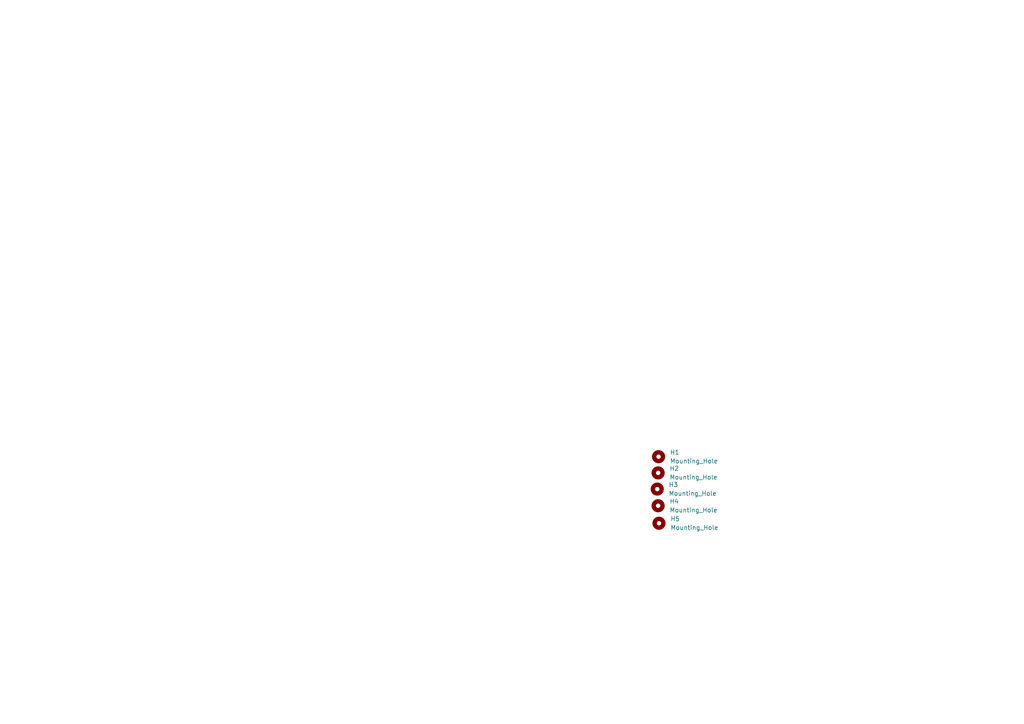
<source format=kicad_sch>
(kicad_sch (version 20230121) (generator eeschema)
  (paper "A4")
  (title_block (title "VF1 Valkyrie Choc RGB") (comment 2 "X=18.5mm; Y=17.5mm") (comment 3 "Spaced for MBK Glow R2 Choc Keycap Set"))
  (lib_symbols
    (symbol "ScottoKeebs:Placeholder_Mounting_Hole" (pin_names (offset 1.016))
      (property "Reference" "H" (at 0 5.08 0))
      (property "Value" "Mounting_Hole" (at 0 3.175 0))
      (symbol "Placeholder_Mounting_Hole_0_1"
        (circle (center 0 0) (radius 1.27) (stroke (width 1.27)))
      )
    )
  )
  (symbol (lib_id "ScottoKeebs:Placeholder_Mounting_Hole") (at 191.008 132.461 0) (unit 1)
    (property "Reference" "H1" (at 194.31 131.191 0) (effects (justify left)))
    (property "Value" "Mounting_Hole" (at 194.31 133.731 0) (effects (justify left)))
    (property "Footprint" "MountingHole:MountingHole_2.1mm" (effects hide))
  )
  (symbol (lib_id "ScottoKeebs:Placeholder_Mounting_Hole") (at 190.627 141.859 0) (unit 1)
    (property "Reference" "H3" (at 193.929 140.589 0) (effects (justify left)))
    (property "Value" "Mounting_Hole" (at 193.929 143.129 0) (effects (justify left)))
    (property "Footprint" "MountingHole:MountingHole_2.1mm" (effects hide))
  )
  (symbol (lib_id "ScottoKeebs:Placeholder_Mounting_Hole") (at 190.881 137.16 0) (unit 1)
    (property "Reference" "H2" (at 194.183 135.89 0) (effects (justify left)))
    (property "Value" "Mounting_Hole" (at 194.183 138.43 0) (effects (justify left)))
    (property "Footprint" "MountingHole:MountingHole_2.1mm" (effects hide))
  )
  (symbol (lib_id "ScottoKeebs:Placeholder_Mounting_Hole") (at 190.881 146.685 0) (unit 1)
    (property "Reference" "H4" (at 194.183 145.415 0) (effects (justify left)))
    (property "Value" "Mounting_Hole" (at 194.183 147.955 0) (effects (justify left)))
    (property "Footprint" "MountingHole:MountingHole_2.1mm" (effects hide))
  )
  (symbol (lib_id "ScottoKeebs:Placeholder_Mounting_Hole") (at 191.135 151.765 0) (unit 1)
    (property "Reference" "H5" (at 194.437 150.495 0) (effects (justify left)))
    (property "Value" "Mounting_Hole" (at 194.437 153.035 0) (effects (justify left)))
    (property "Footprint" "MountingHole:MountingHole_2.1mm" (effects hide))
  )
)
</source>
